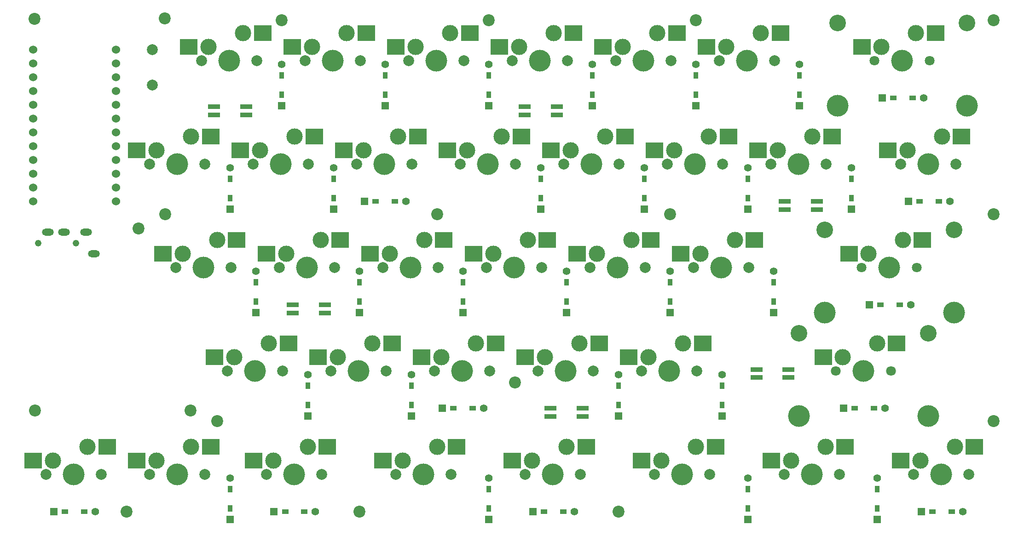
<source format=gbs>
G04 #@! TF.GenerationSoftware,KiCad,Pcbnew,7.0.7*
G04 #@! TF.CreationDate,2023-09-30T18:17:31+09:00*
G04 #@! TF.ProjectId,ind-assemble_R,696e642d-6173-4736-956d-626c655f522e,rev?*
G04 #@! TF.SameCoordinates,Original*
G04 #@! TF.FileFunction,Soldermask,Bot*
G04 #@! TF.FilePolarity,Negative*
%FSLAX46Y46*%
G04 Gerber Fmt 4.6, Leading zero omitted, Abs format (unit mm)*
G04 Created by KiCad (PCBNEW 7.0.7) date 2023-09-30 18:17:31*
%MOMM*%
%LPD*%
G01*
G04 APERTURE LIST*
%ADD10R,1.397000X1.397000*%
%ADD11R,1.300000X0.950000*%
%ADD12C,1.397000*%
%ADD13C,2.200000*%
%ADD14C,2.000000*%
%ADD15C,3.000000*%
%ADD16C,4.000000*%
%ADD17R,3.300000X3.000000*%
%ADD18R,0.950000X1.300000*%
%ADD19R,2.200000X0.820000*%
%ADD20C,1.524000*%
%ADD21C,3.050000*%
%ADD22C,1.800000*%
%ADD23C,1.210000*%
%ADD24O,2.200000X1.300000*%
G04 APERTURE END LIST*
D10*
X191452500Y-47625000D03*
D11*
X193487500Y-47625000D03*
X197037500Y-47625000D03*
D12*
X199072500Y-47625000D03*
D13*
X142875000Y-123825000D03*
D14*
X104313750Y-40798750D03*
D15*
X105583750Y-38258750D03*
D16*
X109393750Y-40798750D03*
D15*
X111933750Y-35718750D03*
D14*
X114473750Y-40798750D03*
D17*
X101943750Y-38218750D03*
X115543750Y-35678750D03*
D14*
X101917500Y-116998750D03*
D15*
X103187500Y-114458750D03*
D16*
X106997500Y-116998750D03*
D15*
X109537500Y-111918750D03*
D14*
X112077500Y-116998750D03*
D17*
X99547500Y-114418750D03*
X113147500Y-111878750D03*
D14*
X66228750Y-40798750D03*
D15*
X67498750Y-38258750D03*
D16*
X71308750Y-40798750D03*
D15*
X73848750Y-35718750D03*
D14*
X76388750Y-40798750D03*
D17*
X63858750Y-38218750D03*
X77458750Y-35678750D03*
D13*
X52387500Y-123825000D03*
D14*
X142428750Y-40798750D03*
D15*
X143698750Y-38258750D03*
D16*
X147508750Y-40798750D03*
D15*
X150048750Y-35718750D03*
D14*
X152588750Y-40798750D03*
D17*
X140058750Y-38218750D03*
X153658750Y-35678750D03*
D10*
X127158750Y-123825000D03*
D11*
X129193750Y-123825000D03*
X132743750Y-123825000D03*
D12*
X134778750Y-123825000D03*
D10*
X119062500Y-125253750D03*
D18*
X119062500Y-123218750D03*
X119062500Y-119668750D03*
D12*
X119062500Y-117633750D03*
D14*
X94773750Y-59848750D03*
D15*
X96043750Y-57308750D03*
D16*
X99853750Y-59848750D03*
D15*
X102393750Y-54768750D03*
D14*
X104933750Y-59848750D03*
D17*
X92403750Y-57268750D03*
X106003750Y-54728750D03*
D10*
X71437500Y-125253750D03*
D18*
X71437500Y-123218750D03*
X71437500Y-119668750D03*
D12*
X71437500Y-117633750D03*
D10*
X39052500Y-123825000D03*
D11*
X41087500Y-123825000D03*
X44637500Y-123825000D03*
D12*
X46672500Y-123825000D03*
D10*
X166687500Y-125253750D03*
D18*
X166687500Y-123218750D03*
X166687500Y-119668750D03*
D12*
X166687500Y-117633750D03*
D10*
X157162500Y-49053750D03*
D18*
X157162500Y-47018750D03*
X157162500Y-43468750D03*
D12*
X157162500Y-41433750D03*
D10*
X161925000Y-106203750D03*
D18*
X161925000Y-104168750D03*
X161925000Y-100618750D03*
D12*
X161925000Y-98583750D03*
D14*
X156686250Y-78898750D03*
D15*
X157956250Y-76358750D03*
D16*
X161766250Y-78898750D03*
D15*
X164306250Y-73818750D03*
D14*
X166846250Y-78898750D03*
D17*
X154316250Y-76318750D03*
X167916250Y-73778750D03*
D13*
X64195000Y-105205000D03*
D19*
X179381250Y-66675000D03*
X173481250Y-66675000D03*
X173481250Y-68175000D03*
X179381250Y-68175000D03*
D14*
X128111250Y-97948750D03*
D15*
X129381250Y-95408750D03*
D16*
X133191250Y-97948750D03*
D15*
X135731250Y-92868750D03*
D14*
X138271250Y-97948750D03*
D17*
X125741250Y-95368750D03*
X139341250Y-92828750D03*
D10*
X114300000Y-87153750D03*
D18*
X114300000Y-85118750D03*
X114300000Y-81568750D03*
D12*
X114300000Y-79533750D03*
D14*
X137636250Y-78898750D03*
D15*
X138906250Y-76358750D03*
D16*
X142716250Y-78898750D03*
D15*
X145256250Y-73818750D03*
D14*
X147796250Y-78898750D03*
D17*
X135266250Y-76318750D03*
X148866250Y-73778750D03*
D14*
X57150000Y-38743750D03*
X57150000Y-45243750D03*
D13*
X109537500Y-69056250D03*
X35515000Y-105165000D03*
D14*
X90011250Y-97948750D03*
D15*
X91281250Y-95408750D03*
D16*
X95091250Y-97948750D03*
D15*
X97631250Y-92868750D03*
D14*
X100171250Y-97948750D03*
D17*
X87641250Y-95368750D03*
X101241250Y-92828750D03*
D10*
X76200000Y-87153750D03*
D18*
X76200000Y-85118750D03*
X76200000Y-81568750D03*
D12*
X76200000Y-79533750D03*
D14*
X85263750Y-40798750D03*
D15*
X86533750Y-38258750D03*
D16*
X90343750Y-40798750D03*
D15*
X92883750Y-35718750D03*
D14*
X95423750Y-40798750D03*
D17*
X82893750Y-38218750D03*
X96493750Y-35678750D03*
D20*
X35245000Y-38765000D03*
X35245000Y-41305000D03*
X35245000Y-43845000D03*
X35245000Y-46385000D03*
X35245000Y-48925000D03*
X35245000Y-51465000D03*
X35245000Y-54005000D03*
X35245000Y-56545000D03*
X35245000Y-59085000D03*
X35245000Y-61625000D03*
X35245000Y-64165000D03*
X35245000Y-66705000D03*
X50485000Y-66705000D03*
X50485000Y-64165000D03*
X50485000Y-61625000D03*
X50485000Y-59085000D03*
X50485000Y-56545000D03*
X50485000Y-54005000D03*
X50485000Y-51465000D03*
X50485000Y-48925000D03*
X50485000Y-46385000D03*
X50485000Y-43845000D03*
X50485000Y-41305000D03*
X50485000Y-38765000D03*
D13*
X69056250Y-107156250D03*
D14*
X37623750Y-116998750D03*
D15*
X38893750Y-114458750D03*
D16*
X42703750Y-116998750D03*
D15*
X45243750Y-111918750D03*
D14*
X47783750Y-116998750D03*
D17*
X35253750Y-114418750D03*
X48853750Y-111878750D03*
D14*
X61436250Y-78898750D03*
D15*
X62706250Y-76358750D03*
D16*
X66516250Y-78898750D03*
D15*
X69056250Y-73818750D03*
D14*
X71596250Y-78898750D03*
D17*
X59066250Y-76318750D03*
X72666250Y-73778750D03*
D10*
X119062500Y-49053750D03*
D18*
X119062500Y-47018750D03*
X119062500Y-43468750D03*
D12*
X119062500Y-41433750D03*
D13*
X119062500Y-33337500D03*
X211931250Y-107156250D03*
D10*
X152400000Y-87153750D03*
D18*
X152400000Y-85118750D03*
X152400000Y-81568750D03*
D12*
X152400000Y-79533750D03*
D10*
X176212500Y-49053750D03*
D18*
X176212500Y-47018750D03*
X176212500Y-43468750D03*
D12*
X176212500Y-41433750D03*
D14*
X194786250Y-59848750D03*
D15*
X196056250Y-57308750D03*
D16*
X199866250Y-59848750D03*
D15*
X202406250Y-54768750D03*
D14*
X204946250Y-59848750D03*
D17*
X192416250Y-57268750D03*
X206016250Y-54728750D03*
D10*
X185737500Y-68103750D03*
D18*
X185737500Y-66068750D03*
X185737500Y-62518750D03*
D12*
X185737500Y-60483750D03*
D13*
X59531250Y-69056250D03*
X54625000Y-71625000D03*
X211931250Y-69056250D03*
D14*
X197167500Y-116998750D03*
D15*
X198437500Y-114458750D03*
D16*
X202247500Y-116998750D03*
D15*
X204787500Y-111918750D03*
D14*
X207327500Y-116998750D03*
D17*
X194797500Y-114418750D03*
X208397500Y-111878750D03*
D19*
X136300000Y-104775000D03*
X130400000Y-104775000D03*
X130400000Y-106275000D03*
X136300000Y-106275000D03*
D13*
X157162500Y-33337500D03*
D14*
X109061250Y-97948750D03*
D15*
X110331250Y-95408750D03*
D16*
X114141250Y-97948750D03*
D15*
X116681250Y-92868750D03*
D14*
X119221250Y-97948750D03*
D17*
X106691250Y-95368750D03*
X120291250Y-92828750D03*
D14*
X99536250Y-78898750D03*
D15*
X100806250Y-76358750D03*
D16*
X104616250Y-78898750D03*
D15*
X107156250Y-73818750D03*
D14*
X109696250Y-78898750D03*
D17*
X97166250Y-76318750D03*
X110766250Y-73778750D03*
D10*
X96202500Y-66675000D03*
D11*
X98237500Y-66675000D03*
X101787500Y-66675000D03*
D12*
X103822500Y-66675000D03*
D10*
X95250000Y-87153750D03*
D18*
X95250000Y-85118750D03*
X95250000Y-81568750D03*
D12*
X95250000Y-79533750D03*
D10*
X85725000Y-106203750D03*
D18*
X85725000Y-104168750D03*
X85725000Y-100618750D03*
D12*
X85725000Y-98583750D03*
D14*
X56673750Y-59848750D03*
D15*
X57943750Y-57308750D03*
D16*
X61753750Y-59848750D03*
D15*
X64293750Y-54768750D03*
D14*
X66833750Y-59848750D03*
D17*
X54303750Y-57268750D03*
X67903750Y-54728750D03*
D13*
X80962500Y-33337500D03*
X211931250Y-33337500D03*
D14*
X113823750Y-59848750D03*
D15*
X115093750Y-57308750D03*
D16*
X118903750Y-59848750D03*
D15*
X121443750Y-54768750D03*
D14*
X123983750Y-59848750D03*
D17*
X111453750Y-57268750D03*
X125053750Y-54728750D03*
D10*
X133350000Y-87153750D03*
D18*
X133350000Y-85118750D03*
X133350000Y-81568750D03*
D12*
X133350000Y-79533750D03*
D13*
X59445000Y-32995000D03*
D21*
X180822500Y-71898750D03*
D16*
X180822500Y-87138750D03*
D22*
X187642500Y-78898750D03*
D15*
X188912500Y-76358750D03*
D16*
X192722500Y-78898750D03*
D15*
X195262500Y-73818750D03*
D22*
X197802500Y-78898750D03*
D21*
X204622500Y-71898750D03*
D16*
X204622500Y-87138750D03*
D17*
X185322500Y-76358750D03*
X198822500Y-73818750D03*
D14*
X170973750Y-59848750D03*
D15*
X172243750Y-57308750D03*
D16*
X176053750Y-59848750D03*
D15*
X178593750Y-54768750D03*
D14*
X181133750Y-59848750D03*
D17*
X168603750Y-57268750D03*
X182203750Y-54728750D03*
D21*
X183203750Y-33798750D03*
D16*
X183203750Y-49038750D03*
D22*
X190023750Y-40798750D03*
D15*
X191293750Y-38258750D03*
D16*
X195103750Y-40798750D03*
D15*
X197643750Y-35718750D03*
D22*
X200183750Y-40798750D03*
D21*
X207003750Y-33798750D03*
D16*
X207003750Y-49038750D03*
D17*
X187703750Y-38258750D03*
X201203750Y-35718750D03*
D14*
X161463750Y-40798750D03*
D15*
X162733750Y-38258750D03*
D16*
X166543750Y-40798750D03*
D15*
X169083750Y-35718750D03*
D14*
X171623750Y-40798750D03*
D17*
X159093750Y-38218750D03*
X172693750Y-35678750D03*
D19*
X131537500Y-49256250D03*
X125637500Y-49256250D03*
X125637500Y-50756250D03*
X131537500Y-50756250D03*
D10*
X184308750Y-104775000D03*
D11*
X186343750Y-104775000D03*
X189893750Y-104775000D03*
D12*
X191928750Y-104775000D03*
D14*
X125730000Y-116998750D03*
D15*
X127000000Y-114458750D03*
D16*
X130810000Y-116998750D03*
D15*
X133350000Y-111918750D03*
D14*
X135890000Y-116998750D03*
D17*
X123360000Y-114418750D03*
X136960000Y-111878750D03*
D13*
X35435000Y-33045000D03*
D14*
X123363750Y-40798750D03*
D15*
X124633750Y-38258750D03*
D16*
X128443750Y-40798750D03*
D15*
X130983750Y-35718750D03*
D14*
X133523750Y-40798750D03*
D17*
X120993750Y-38218750D03*
X134593750Y-35678750D03*
D21*
X176060000Y-90948750D03*
D16*
X176060000Y-106188750D03*
D22*
X182880000Y-97948750D03*
D15*
X184150000Y-95408750D03*
D16*
X187960000Y-97948750D03*
D15*
X190500000Y-92868750D03*
D22*
X193040000Y-97948750D03*
D21*
X199860000Y-90948750D03*
D16*
X199860000Y-106188750D03*
D17*
X180560000Y-95408750D03*
X194060000Y-92868750D03*
D14*
X78105000Y-116998750D03*
D15*
X79375000Y-114458750D03*
D16*
X83185000Y-116998750D03*
D15*
X85725000Y-111918750D03*
D14*
X88265000Y-116998750D03*
D17*
X75735000Y-114418750D03*
X89335000Y-111878750D03*
D14*
X75723750Y-59848750D03*
D15*
X76993750Y-57308750D03*
D16*
X80803750Y-59848750D03*
D15*
X83343750Y-54768750D03*
D14*
X85883750Y-59848750D03*
D17*
X73353750Y-57268750D03*
X86953750Y-54728750D03*
D19*
X174181250Y-97631250D03*
X168281250Y-97631250D03*
X168281250Y-99131250D03*
X174181250Y-99131250D03*
D10*
X166687500Y-68103750D03*
D18*
X166687500Y-66068750D03*
X166687500Y-62518750D03*
D12*
X166687500Y-60483750D03*
D10*
X100012500Y-49053750D03*
D18*
X100012500Y-47018750D03*
X100012500Y-43468750D03*
D12*
X100012500Y-41433750D03*
D19*
X88893750Y-85725000D03*
X82993750Y-85725000D03*
X82993750Y-87225000D03*
X88893750Y-87225000D03*
D10*
X71437500Y-68103750D03*
D18*
X71437500Y-66068750D03*
X71437500Y-62518750D03*
D12*
X71437500Y-60483750D03*
D10*
X138112500Y-49053750D03*
D18*
X138112500Y-47018750D03*
X138112500Y-43468750D03*
D12*
X138112500Y-41433750D03*
D14*
X56673750Y-116998750D03*
D15*
X57943750Y-114458750D03*
D16*
X61753750Y-116998750D03*
D15*
X64293750Y-111918750D03*
D14*
X66833750Y-116998750D03*
D17*
X54303750Y-114418750D03*
X67903750Y-111878750D03*
D14*
X147161250Y-97948750D03*
D15*
X148431250Y-95408750D03*
D16*
X152241250Y-97948750D03*
D15*
X154781250Y-92868750D03*
D14*
X157321250Y-97948750D03*
D17*
X144791250Y-95368750D03*
X158391250Y-92828750D03*
D10*
X147637500Y-68103750D03*
D18*
X147637500Y-66068750D03*
X147637500Y-62518750D03*
D12*
X147637500Y-60483750D03*
D14*
X118586250Y-78898750D03*
D15*
X119856250Y-76358750D03*
D16*
X123666250Y-78898750D03*
D15*
X126206250Y-73818750D03*
D14*
X128746250Y-78898750D03*
D17*
X116216250Y-76318750D03*
X129816250Y-73778750D03*
D10*
X171450000Y-87153750D03*
D18*
X171450000Y-85118750D03*
X171450000Y-81568750D03*
D12*
X171450000Y-79533750D03*
D13*
X95250000Y-123825000D03*
D10*
X190500000Y-125253750D03*
D18*
X190500000Y-123218750D03*
X190500000Y-119668750D03*
D12*
X190500000Y-117633750D03*
D10*
X104775000Y-106203750D03*
D18*
X104775000Y-104168750D03*
X104775000Y-100618750D03*
D12*
X104775000Y-98583750D03*
D10*
X128587500Y-68103750D03*
D18*
X128587500Y-66068750D03*
X128587500Y-62518750D03*
D12*
X128587500Y-60483750D03*
D10*
X90487500Y-68103750D03*
D18*
X90487500Y-66068750D03*
X90487500Y-62518750D03*
D12*
X90487500Y-60483750D03*
D10*
X142875000Y-106203750D03*
D18*
X142875000Y-104168750D03*
X142875000Y-100618750D03*
D12*
X142875000Y-98583750D03*
D13*
X123825000Y-100012500D03*
D10*
X189071250Y-85725000D03*
D11*
X191106250Y-85725000D03*
X194656250Y-85725000D03*
D12*
X196691250Y-85725000D03*
D14*
X173355000Y-116998750D03*
D15*
X174625000Y-114458750D03*
D16*
X178435000Y-116998750D03*
D15*
X180975000Y-111918750D03*
D14*
X183515000Y-116998750D03*
D17*
X170985000Y-114418750D03*
X184585000Y-111878750D03*
D19*
X74387500Y-49256250D03*
X68487500Y-49256250D03*
X68487500Y-50756250D03*
X74387500Y-50756250D03*
D14*
X70961250Y-97948750D03*
D15*
X72231250Y-95408750D03*
D16*
X76041250Y-97948750D03*
D15*
X78581250Y-92868750D03*
D14*
X81121250Y-97948750D03*
D17*
X68591250Y-95368750D03*
X82191250Y-92828750D03*
D10*
X198596250Y-123825000D03*
D11*
X200631250Y-123825000D03*
X204181250Y-123825000D03*
D12*
X206216250Y-123825000D03*
D13*
X152400000Y-69056250D03*
D14*
X132873750Y-59848750D03*
D15*
X134143750Y-57308750D03*
D16*
X137953750Y-59848750D03*
D15*
X140493750Y-54768750D03*
D14*
X143033750Y-59848750D03*
D17*
X130503750Y-57268750D03*
X144103750Y-54728750D03*
D10*
X110490000Y-104775000D03*
D11*
X112525000Y-104775000D03*
X116075000Y-104775000D03*
D12*
X118110000Y-104775000D03*
D14*
X151923750Y-59848750D03*
D15*
X153193750Y-57308750D03*
D16*
X157003750Y-59848750D03*
D15*
X159543750Y-54768750D03*
D14*
X162083750Y-59848750D03*
D17*
X149553750Y-57268750D03*
X163153750Y-54728750D03*
D14*
X149542500Y-116998750D03*
D15*
X150812500Y-114458750D03*
D16*
X154622500Y-116998750D03*
D15*
X157162500Y-111918750D03*
D14*
X159702500Y-116998750D03*
D17*
X147172500Y-114418750D03*
X160772500Y-111878750D03*
D10*
X80962500Y-49053750D03*
D18*
X80962500Y-47018750D03*
X80962500Y-43468750D03*
D12*
X80962500Y-41433750D03*
D10*
X196215000Y-66675000D03*
D11*
X198250000Y-66675000D03*
X201800000Y-66675000D03*
D12*
X203835000Y-66675000D03*
D14*
X80486250Y-78898750D03*
D15*
X81756250Y-76358750D03*
D16*
X85566250Y-78898750D03*
D15*
X88106250Y-73818750D03*
D14*
X90646250Y-78898750D03*
D17*
X78116250Y-76318750D03*
X91716250Y-73778750D03*
D10*
X79533750Y-123825000D03*
D11*
X81568750Y-123825000D03*
X85118750Y-123825000D03*
D12*
X87153750Y-123825000D03*
D23*
X43125000Y-74345000D03*
X36125000Y-74345000D03*
D24*
X46425000Y-76345000D03*
X37925000Y-72345000D03*
X40925000Y-72345000D03*
X44925000Y-72345000D03*
M02*

</source>
